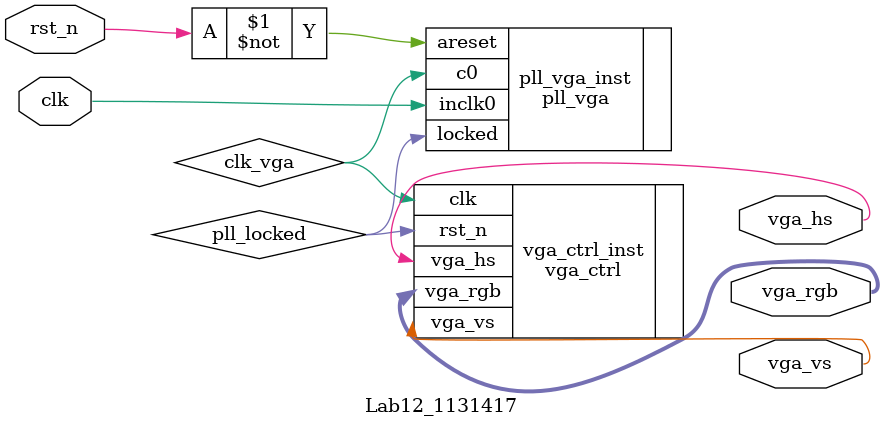
<source format=v>

module Lab12_1131417 (

  input     wire                clk,
  input     wire                rst_n,
  
  output    wire                vga_vs,
  output    wire                vga_hs,
  output    wire        [7:0]   vga_rgb
);
  
  wire                          clk_vga;
  wire                          pll_locked;
  
  pll_vga  pll_vga_inst (
      .areset     ( ~rst_n ),
      .inclk0     ( clk ),
      .c0         ( clk_vga ),
      .locked     ( pll_locked )
    );
  
  vga_ctrl vga_ctrl_inst(

      .clk        (clk_vga),
      .rst_n      (pll_locked),
      
      .vga_hs     (vga_hs),
      .vga_vs     (vga_vs),
      .vga_rgb    (vga_rgb)
    );

endmodule

</source>
